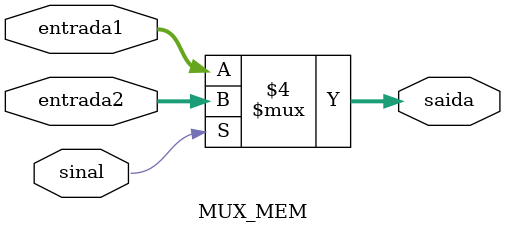
<source format=v>
module MUX_MEM(entrada1, entrada2, sinal, saida);

	input [31:0] entrada1, entrada2;
	input sinal;
	output reg [31:0] saida;
	
	always @(*)
		if(sinal == 1'b0)
			saida = entrada1;
		else
			saida = entrada2;			

endmodule 
</source>
